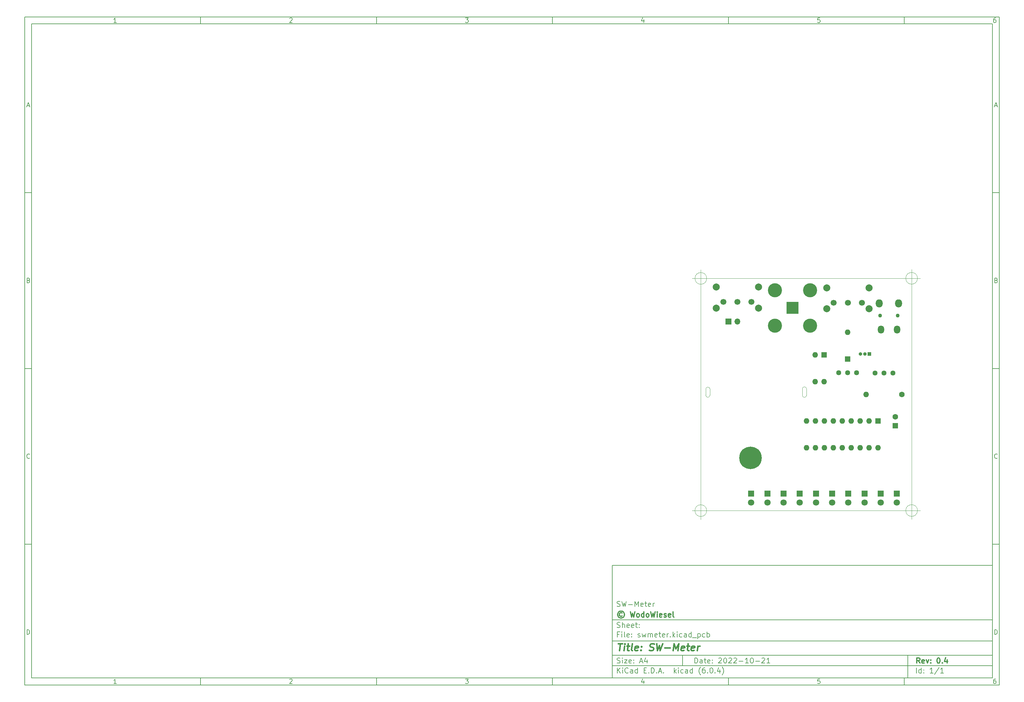
<source format=gbr>
%TF.GenerationSoftware,KiCad,Pcbnew,(6.0.4)*%
%TF.CreationDate,2022-12-17T16:47:49+01:00*%
%TF.ProjectId,swmeter,73776d65-7465-4722-9e6b-696361645f70,0.4*%
%TF.SameCoordinates,PXc0c6960PY8f71310*%
%TF.FileFunction,Soldermask,Bot*%
%TF.FilePolarity,Negative*%
%FSLAX46Y46*%
G04 Gerber Fmt 4.6, Leading zero omitted, Abs format (unit mm)*
G04 Created by KiCad (PCBNEW (6.0.4)) date 2022-12-17 16:47:49*
%MOMM*%
%LPD*%
G01*
G04 APERTURE LIST*
%ADD10C,0.100000*%
%ADD11C,0.150000*%
%ADD12C,0.300000*%
%ADD13C,0.400000*%
%TA.AperFunction,Profile*%
%ADD14C,0.100000*%
%TD*%
%ADD15C,2.000000*%
%ADD16C,1.700000*%
%ADD17R,1.800000X1.800000*%
%ADD18C,1.800000*%
%ADD19C,1.100000*%
%ADD20O,1.800000X2.300000*%
%ADD21O,2.000000X2.300000*%
%ADD22C,1.440000*%
%ADD23R,1.000000X1.000000*%
%ADD24O,1.000000X1.000000*%
%ADD25C,0.800000*%
%ADD26C,6.400000*%
%ADD27R,1.600000X1.600000*%
%ADD28O,1.600000X1.600000*%
%ADD29C,1.600000*%
%ADD30R,3.500000X3.500000*%
%ADD31C,4.000000*%
%ADD32R,1.700000X1.700000*%
%ADD33O,1.700000X1.700000*%
G04 APERTURE END LIST*
D10*
D11*
X-25137800Y-15597200D02*
X-25137800Y-47597200D01*
X82862200Y-47597200D01*
X82862200Y-15597200D01*
X-25137800Y-15597200D01*
D10*
D11*
X-192140000Y140410000D02*
X-192140000Y-49597200D01*
X84862200Y-49597200D01*
X84862200Y140410000D01*
X-192140000Y140410000D01*
D10*
D11*
X-190140000Y138410000D02*
X-190140000Y-47597200D01*
X82862200Y-47597200D01*
X82862200Y138410000D01*
X-190140000Y138410000D01*
D10*
D11*
X-142140000Y138410000D02*
X-142140000Y140410000D01*
D10*
D11*
X-92140000Y138410000D02*
X-92140000Y140410000D01*
D10*
D11*
X-42140000Y138410000D02*
X-42140000Y140410000D01*
D10*
D11*
X7860000Y138410000D02*
X7860000Y140410000D01*
D10*
D11*
X57860000Y138410000D02*
X57860000Y140410000D01*
D10*
D11*
X-166074524Y138821905D02*
X-166817381Y138821905D01*
X-166445953Y138821905D02*
X-166445953Y140121905D01*
X-166569762Y139936191D01*
X-166693572Y139812381D01*
X-166817381Y139750477D01*
D10*
D11*
X-116817381Y139998096D02*
X-116755477Y140060000D01*
X-116631667Y140121905D01*
X-116322143Y140121905D01*
X-116198334Y140060000D01*
X-116136429Y139998096D01*
X-116074524Y139874286D01*
X-116074524Y139750477D01*
X-116136429Y139564762D01*
X-116879286Y138821905D01*
X-116074524Y138821905D01*
D10*
D11*
X-66879286Y140121905D02*
X-66074524Y140121905D01*
X-66507858Y139626667D01*
X-66322143Y139626667D01*
X-66198334Y139564762D01*
X-66136429Y139502858D01*
X-66074524Y139379048D01*
X-66074524Y139069524D01*
X-66136429Y138945715D01*
X-66198334Y138883810D01*
X-66322143Y138821905D01*
X-66693572Y138821905D01*
X-66817381Y138883810D01*
X-66879286Y138945715D01*
D10*
D11*
X-16198334Y139688572D02*
X-16198334Y138821905D01*
X-16507858Y140183810D02*
X-16817381Y139255239D01*
X-16012620Y139255239D01*
D10*
D11*
X33863571Y140121905D02*
X33244523Y140121905D01*
X33182619Y139502858D01*
X33244523Y139564762D01*
X33368333Y139626667D01*
X33677857Y139626667D01*
X33801666Y139564762D01*
X33863571Y139502858D01*
X33925476Y139379048D01*
X33925476Y139069524D01*
X33863571Y138945715D01*
X33801666Y138883810D01*
X33677857Y138821905D01*
X33368333Y138821905D01*
X33244523Y138883810D01*
X33182619Y138945715D01*
D10*
D11*
X83801666Y140121905D02*
X83554047Y140121905D01*
X83430238Y140060000D01*
X83368333Y139998096D01*
X83244523Y139812381D01*
X83182619Y139564762D01*
X83182619Y139069524D01*
X83244523Y138945715D01*
X83306428Y138883810D01*
X83430238Y138821905D01*
X83677857Y138821905D01*
X83801666Y138883810D01*
X83863571Y138945715D01*
X83925476Y139069524D01*
X83925476Y139379048D01*
X83863571Y139502858D01*
X83801666Y139564762D01*
X83677857Y139626667D01*
X83430238Y139626667D01*
X83306428Y139564762D01*
X83244523Y139502858D01*
X83182619Y139379048D01*
D10*
D11*
X-142140000Y-47597200D02*
X-142140000Y-49597200D01*
D10*
D11*
X-92140000Y-47597200D02*
X-92140000Y-49597200D01*
D10*
D11*
X-42140000Y-47597200D02*
X-42140000Y-49597200D01*
D10*
D11*
X7860000Y-47597200D02*
X7860000Y-49597200D01*
D10*
D11*
X57860000Y-47597200D02*
X57860000Y-49597200D01*
D10*
D11*
X-166074524Y-49185295D02*
X-166817381Y-49185295D01*
X-166445953Y-49185295D02*
X-166445953Y-47885295D01*
X-166569762Y-48071009D01*
X-166693572Y-48194819D01*
X-166817381Y-48256723D01*
D10*
D11*
X-116817381Y-48009104D02*
X-116755477Y-47947200D01*
X-116631667Y-47885295D01*
X-116322143Y-47885295D01*
X-116198334Y-47947200D01*
X-116136429Y-48009104D01*
X-116074524Y-48132914D01*
X-116074524Y-48256723D01*
X-116136429Y-48442438D01*
X-116879286Y-49185295D01*
X-116074524Y-49185295D01*
D10*
D11*
X-66879286Y-47885295D02*
X-66074524Y-47885295D01*
X-66507858Y-48380533D01*
X-66322143Y-48380533D01*
X-66198334Y-48442438D01*
X-66136429Y-48504342D01*
X-66074524Y-48628152D01*
X-66074524Y-48937676D01*
X-66136429Y-49061485D01*
X-66198334Y-49123390D01*
X-66322143Y-49185295D01*
X-66693572Y-49185295D01*
X-66817381Y-49123390D01*
X-66879286Y-49061485D01*
D10*
D11*
X-16198334Y-48318628D02*
X-16198334Y-49185295D01*
X-16507858Y-47823390D02*
X-16817381Y-48751961D01*
X-16012620Y-48751961D01*
D10*
D11*
X33863571Y-47885295D02*
X33244523Y-47885295D01*
X33182619Y-48504342D01*
X33244523Y-48442438D01*
X33368333Y-48380533D01*
X33677857Y-48380533D01*
X33801666Y-48442438D01*
X33863571Y-48504342D01*
X33925476Y-48628152D01*
X33925476Y-48937676D01*
X33863571Y-49061485D01*
X33801666Y-49123390D01*
X33677857Y-49185295D01*
X33368333Y-49185295D01*
X33244523Y-49123390D01*
X33182619Y-49061485D01*
D10*
D11*
X83801666Y-47885295D02*
X83554047Y-47885295D01*
X83430238Y-47947200D01*
X83368333Y-48009104D01*
X83244523Y-48194819D01*
X83182619Y-48442438D01*
X83182619Y-48937676D01*
X83244523Y-49061485D01*
X83306428Y-49123390D01*
X83430238Y-49185295D01*
X83677857Y-49185295D01*
X83801666Y-49123390D01*
X83863571Y-49061485D01*
X83925476Y-48937676D01*
X83925476Y-48628152D01*
X83863571Y-48504342D01*
X83801666Y-48442438D01*
X83677857Y-48380533D01*
X83430238Y-48380533D01*
X83306428Y-48442438D01*
X83244523Y-48504342D01*
X83182619Y-48628152D01*
D10*
D11*
X-192140000Y90410000D02*
X-190140000Y90410000D01*
D10*
D11*
X-192140000Y40410000D02*
X-190140000Y40410000D01*
D10*
D11*
X-192140000Y-9590000D02*
X-190140000Y-9590000D01*
D10*
D11*
X-191449524Y115193334D02*
X-190830477Y115193334D01*
X-191573334Y114821905D02*
X-191140000Y116121905D01*
X-190706667Y114821905D01*
D10*
D11*
X-191047143Y65502858D02*
X-190861429Y65440953D01*
X-190799524Y65379048D01*
X-190737620Y65255239D01*
X-190737620Y65069524D01*
X-190799524Y64945715D01*
X-190861429Y64883810D01*
X-190985239Y64821905D01*
X-191480477Y64821905D01*
X-191480477Y66121905D01*
X-191047143Y66121905D01*
X-190923334Y66060000D01*
X-190861429Y65998096D01*
X-190799524Y65874286D01*
X-190799524Y65750477D01*
X-190861429Y65626667D01*
X-190923334Y65564762D01*
X-191047143Y65502858D01*
X-191480477Y65502858D01*
D10*
D11*
X-190737620Y14945715D02*
X-190799524Y14883810D01*
X-190985239Y14821905D01*
X-191109048Y14821905D01*
X-191294762Y14883810D01*
X-191418572Y15007620D01*
X-191480477Y15131429D01*
X-191542381Y15379048D01*
X-191542381Y15564762D01*
X-191480477Y15812381D01*
X-191418572Y15936191D01*
X-191294762Y16060000D01*
X-191109048Y16121905D01*
X-190985239Y16121905D01*
X-190799524Y16060000D01*
X-190737620Y15998096D01*
D10*
D11*
X-191480477Y-35178095D02*
X-191480477Y-33878095D01*
X-191170953Y-33878095D01*
X-190985239Y-33940000D01*
X-190861429Y-34063809D01*
X-190799524Y-34187619D01*
X-190737620Y-34435238D01*
X-190737620Y-34620952D01*
X-190799524Y-34868571D01*
X-190861429Y-34992380D01*
X-190985239Y-35116190D01*
X-191170953Y-35178095D01*
X-191480477Y-35178095D01*
D10*
D11*
X84862200Y90410000D02*
X82862200Y90410000D01*
D10*
D11*
X84862200Y40410000D02*
X82862200Y40410000D01*
D10*
D11*
X84862200Y-9590000D02*
X82862200Y-9590000D01*
D10*
D11*
X83552676Y115193334D02*
X84171723Y115193334D01*
X83428866Y114821905D02*
X83862200Y116121905D01*
X84295533Y114821905D01*
D10*
D11*
X83955057Y65502858D02*
X84140771Y65440953D01*
X84202676Y65379048D01*
X84264580Y65255239D01*
X84264580Y65069524D01*
X84202676Y64945715D01*
X84140771Y64883810D01*
X84016961Y64821905D01*
X83521723Y64821905D01*
X83521723Y66121905D01*
X83955057Y66121905D01*
X84078866Y66060000D01*
X84140771Y65998096D01*
X84202676Y65874286D01*
X84202676Y65750477D01*
X84140771Y65626667D01*
X84078866Y65564762D01*
X83955057Y65502858D01*
X83521723Y65502858D01*
D10*
D11*
X84264580Y14945715D02*
X84202676Y14883810D01*
X84016961Y14821905D01*
X83893152Y14821905D01*
X83707438Y14883810D01*
X83583628Y15007620D01*
X83521723Y15131429D01*
X83459819Y15379048D01*
X83459819Y15564762D01*
X83521723Y15812381D01*
X83583628Y15936191D01*
X83707438Y16060000D01*
X83893152Y16121905D01*
X84016961Y16121905D01*
X84202676Y16060000D01*
X84264580Y15998096D01*
D10*
D11*
X83521723Y-35178095D02*
X83521723Y-33878095D01*
X83831247Y-33878095D01*
X84016961Y-33940000D01*
X84140771Y-34063809D01*
X84202676Y-34187619D01*
X84264580Y-34435238D01*
X84264580Y-34620952D01*
X84202676Y-34868571D01*
X84140771Y-34992380D01*
X84016961Y-35116190D01*
X83831247Y-35178095D01*
X83521723Y-35178095D01*
D10*
D11*
X-1705658Y-43375771D02*
X-1705658Y-41875771D01*
X-1348515Y-41875771D01*
X-1134229Y-41947200D01*
X-991372Y-42090057D01*
X-919943Y-42232914D01*
X-848515Y-42518628D01*
X-848515Y-42732914D01*
X-919943Y-43018628D01*
X-991372Y-43161485D01*
X-1134229Y-43304342D01*
X-1348515Y-43375771D01*
X-1705658Y-43375771D01*
X437200Y-43375771D02*
X437200Y-42590057D01*
X365771Y-42447200D01*
X222914Y-42375771D01*
X-62800Y-42375771D01*
X-205658Y-42447200D01*
X437200Y-43304342D02*
X294342Y-43375771D01*
X-62800Y-43375771D01*
X-205658Y-43304342D01*
X-277086Y-43161485D01*
X-277086Y-43018628D01*
X-205658Y-42875771D01*
X-62800Y-42804342D01*
X294342Y-42804342D01*
X437200Y-42732914D01*
X937200Y-42375771D02*
X1508628Y-42375771D01*
X1151485Y-41875771D02*
X1151485Y-43161485D01*
X1222914Y-43304342D01*
X1365771Y-43375771D01*
X1508628Y-43375771D01*
X2580057Y-43304342D02*
X2437200Y-43375771D01*
X2151485Y-43375771D01*
X2008628Y-43304342D01*
X1937200Y-43161485D01*
X1937200Y-42590057D01*
X2008628Y-42447200D01*
X2151485Y-42375771D01*
X2437200Y-42375771D01*
X2580057Y-42447200D01*
X2651485Y-42590057D01*
X2651485Y-42732914D01*
X1937200Y-42875771D01*
X3294342Y-43232914D02*
X3365771Y-43304342D01*
X3294342Y-43375771D01*
X3222914Y-43304342D01*
X3294342Y-43232914D01*
X3294342Y-43375771D01*
X3294342Y-42447200D02*
X3365771Y-42518628D01*
X3294342Y-42590057D01*
X3222914Y-42518628D01*
X3294342Y-42447200D01*
X3294342Y-42590057D01*
X5080057Y-42018628D02*
X5151485Y-41947200D01*
X5294342Y-41875771D01*
X5651485Y-41875771D01*
X5794342Y-41947200D01*
X5865771Y-42018628D01*
X5937200Y-42161485D01*
X5937200Y-42304342D01*
X5865771Y-42518628D01*
X5008628Y-43375771D01*
X5937200Y-43375771D01*
X6865771Y-41875771D02*
X7008628Y-41875771D01*
X7151485Y-41947200D01*
X7222914Y-42018628D01*
X7294342Y-42161485D01*
X7365771Y-42447200D01*
X7365771Y-42804342D01*
X7294342Y-43090057D01*
X7222914Y-43232914D01*
X7151485Y-43304342D01*
X7008628Y-43375771D01*
X6865771Y-43375771D01*
X6722914Y-43304342D01*
X6651485Y-43232914D01*
X6580057Y-43090057D01*
X6508628Y-42804342D01*
X6508628Y-42447200D01*
X6580057Y-42161485D01*
X6651485Y-42018628D01*
X6722914Y-41947200D01*
X6865771Y-41875771D01*
X7937200Y-42018628D02*
X8008628Y-41947200D01*
X8151485Y-41875771D01*
X8508628Y-41875771D01*
X8651485Y-41947200D01*
X8722914Y-42018628D01*
X8794342Y-42161485D01*
X8794342Y-42304342D01*
X8722914Y-42518628D01*
X7865771Y-43375771D01*
X8794342Y-43375771D01*
X9365771Y-42018628D02*
X9437200Y-41947200D01*
X9580057Y-41875771D01*
X9937200Y-41875771D01*
X10080057Y-41947200D01*
X10151485Y-42018628D01*
X10222914Y-42161485D01*
X10222914Y-42304342D01*
X10151485Y-42518628D01*
X9294342Y-43375771D01*
X10222914Y-43375771D01*
X10865771Y-42804342D02*
X12008628Y-42804342D01*
X13508628Y-43375771D02*
X12651485Y-43375771D01*
X13080057Y-43375771D02*
X13080057Y-41875771D01*
X12937200Y-42090057D01*
X12794342Y-42232914D01*
X12651485Y-42304342D01*
X14437200Y-41875771D02*
X14580057Y-41875771D01*
X14722914Y-41947200D01*
X14794342Y-42018628D01*
X14865771Y-42161485D01*
X14937200Y-42447200D01*
X14937200Y-42804342D01*
X14865771Y-43090057D01*
X14794342Y-43232914D01*
X14722914Y-43304342D01*
X14580057Y-43375771D01*
X14437200Y-43375771D01*
X14294342Y-43304342D01*
X14222914Y-43232914D01*
X14151485Y-43090057D01*
X14080057Y-42804342D01*
X14080057Y-42447200D01*
X14151485Y-42161485D01*
X14222914Y-42018628D01*
X14294342Y-41947200D01*
X14437200Y-41875771D01*
X15580057Y-42804342D02*
X16722914Y-42804342D01*
X17365771Y-42018628D02*
X17437200Y-41947200D01*
X17580057Y-41875771D01*
X17937200Y-41875771D01*
X18080057Y-41947200D01*
X18151485Y-42018628D01*
X18222914Y-42161485D01*
X18222914Y-42304342D01*
X18151485Y-42518628D01*
X17294342Y-43375771D01*
X18222914Y-43375771D01*
X19651485Y-43375771D02*
X18794342Y-43375771D01*
X19222914Y-43375771D02*
X19222914Y-41875771D01*
X19080057Y-42090057D01*
X18937200Y-42232914D01*
X18794342Y-42304342D01*
D10*
D11*
X-25137800Y-44097200D02*
X82862200Y-44097200D01*
D10*
D11*
X-23705658Y-46175771D02*
X-23705658Y-44675771D01*
X-22848515Y-46175771D02*
X-23491372Y-45318628D01*
X-22848515Y-44675771D02*
X-23705658Y-45532914D01*
X-22205658Y-46175771D02*
X-22205658Y-45175771D01*
X-22205658Y-44675771D02*
X-22277086Y-44747200D01*
X-22205658Y-44818628D01*
X-22134229Y-44747200D01*
X-22205658Y-44675771D01*
X-22205658Y-44818628D01*
X-20634229Y-46032914D02*
X-20705658Y-46104342D01*
X-20919943Y-46175771D01*
X-21062800Y-46175771D01*
X-21277086Y-46104342D01*
X-21419943Y-45961485D01*
X-21491372Y-45818628D01*
X-21562800Y-45532914D01*
X-21562800Y-45318628D01*
X-21491372Y-45032914D01*
X-21419943Y-44890057D01*
X-21277086Y-44747200D01*
X-21062800Y-44675771D01*
X-20919943Y-44675771D01*
X-20705658Y-44747200D01*
X-20634229Y-44818628D01*
X-19348515Y-46175771D02*
X-19348515Y-45390057D01*
X-19419943Y-45247200D01*
X-19562800Y-45175771D01*
X-19848515Y-45175771D01*
X-19991372Y-45247200D01*
X-19348515Y-46104342D02*
X-19491372Y-46175771D01*
X-19848515Y-46175771D01*
X-19991372Y-46104342D01*
X-20062800Y-45961485D01*
X-20062800Y-45818628D01*
X-19991372Y-45675771D01*
X-19848515Y-45604342D01*
X-19491372Y-45604342D01*
X-19348515Y-45532914D01*
X-17991372Y-46175771D02*
X-17991372Y-44675771D01*
X-17991372Y-46104342D02*
X-18134229Y-46175771D01*
X-18419943Y-46175771D01*
X-18562800Y-46104342D01*
X-18634229Y-46032914D01*
X-18705658Y-45890057D01*
X-18705658Y-45461485D01*
X-18634229Y-45318628D01*
X-18562800Y-45247200D01*
X-18419943Y-45175771D01*
X-18134229Y-45175771D01*
X-17991372Y-45247200D01*
X-16134229Y-45390057D02*
X-15634229Y-45390057D01*
X-15419943Y-46175771D02*
X-16134229Y-46175771D01*
X-16134229Y-44675771D01*
X-15419943Y-44675771D01*
X-14777086Y-46032914D02*
X-14705658Y-46104342D01*
X-14777086Y-46175771D01*
X-14848515Y-46104342D01*
X-14777086Y-46032914D01*
X-14777086Y-46175771D01*
X-14062800Y-46175771D02*
X-14062800Y-44675771D01*
X-13705658Y-44675771D01*
X-13491372Y-44747200D01*
X-13348515Y-44890057D01*
X-13277086Y-45032914D01*
X-13205658Y-45318628D01*
X-13205658Y-45532914D01*
X-13277086Y-45818628D01*
X-13348515Y-45961485D01*
X-13491372Y-46104342D01*
X-13705658Y-46175771D01*
X-14062800Y-46175771D01*
X-12562800Y-46032914D02*
X-12491372Y-46104342D01*
X-12562800Y-46175771D01*
X-12634229Y-46104342D01*
X-12562800Y-46032914D01*
X-12562800Y-46175771D01*
X-11919943Y-45747200D02*
X-11205658Y-45747200D01*
X-12062800Y-46175771D02*
X-11562800Y-44675771D01*
X-11062800Y-46175771D01*
X-10562800Y-46032914D02*
X-10491372Y-46104342D01*
X-10562800Y-46175771D01*
X-10634229Y-46104342D01*
X-10562800Y-46032914D01*
X-10562800Y-46175771D01*
X-7562800Y-46175771D02*
X-7562800Y-44675771D01*
X-7419943Y-45604342D02*
X-6991372Y-46175771D01*
X-6991372Y-45175771D02*
X-7562800Y-45747200D01*
X-6348515Y-46175771D02*
X-6348515Y-45175771D01*
X-6348515Y-44675771D02*
X-6419943Y-44747200D01*
X-6348515Y-44818628D01*
X-6277086Y-44747200D01*
X-6348515Y-44675771D01*
X-6348515Y-44818628D01*
X-4991372Y-46104342D02*
X-5134229Y-46175771D01*
X-5419943Y-46175771D01*
X-5562800Y-46104342D01*
X-5634229Y-46032914D01*
X-5705658Y-45890057D01*
X-5705658Y-45461485D01*
X-5634229Y-45318628D01*
X-5562800Y-45247200D01*
X-5419943Y-45175771D01*
X-5134229Y-45175771D01*
X-4991372Y-45247200D01*
X-3705658Y-46175771D02*
X-3705658Y-45390057D01*
X-3777086Y-45247200D01*
X-3919943Y-45175771D01*
X-4205658Y-45175771D01*
X-4348515Y-45247200D01*
X-3705658Y-46104342D02*
X-3848515Y-46175771D01*
X-4205658Y-46175771D01*
X-4348515Y-46104342D01*
X-4419943Y-45961485D01*
X-4419943Y-45818628D01*
X-4348515Y-45675771D01*
X-4205658Y-45604342D01*
X-3848515Y-45604342D01*
X-3705658Y-45532914D01*
X-2348515Y-46175771D02*
X-2348515Y-44675771D01*
X-2348515Y-46104342D02*
X-2491372Y-46175771D01*
X-2777086Y-46175771D01*
X-2919943Y-46104342D01*
X-2991372Y-46032914D01*
X-3062800Y-45890057D01*
X-3062800Y-45461485D01*
X-2991372Y-45318628D01*
X-2919943Y-45247200D01*
X-2777086Y-45175771D01*
X-2491372Y-45175771D01*
X-2348515Y-45247200D01*
X-62800Y-46747200D02*
X-134229Y-46675771D01*
X-277086Y-46461485D01*
X-348515Y-46318628D01*
X-419943Y-46104342D01*
X-491372Y-45747200D01*
X-491372Y-45461485D01*
X-419943Y-45104342D01*
X-348515Y-44890057D01*
X-277086Y-44747200D01*
X-134229Y-44532914D01*
X-62800Y-44461485D01*
X1151485Y-44675771D02*
X865771Y-44675771D01*
X722914Y-44747200D01*
X651485Y-44818628D01*
X508628Y-45032914D01*
X437200Y-45318628D01*
X437200Y-45890057D01*
X508628Y-46032914D01*
X580057Y-46104342D01*
X722914Y-46175771D01*
X1008628Y-46175771D01*
X1151485Y-46104342D01*
X1222914Y-46032914D01*
X1294342Y-45890057D01*
X1294342Y-45532914D01*
X1222914Y-45390057D01*
X1151485Y-45318628D01*
X1008628Y-45247200D01*
X722914Y-45247200D01*
X580057Y-45318628D01*
X508628Y-45390057D01*
X437200Y-45532914D01*
X1937200Y-46032914D02*
X2008628Y-46104342D01*
X1937200Y-46175771D01*
X1865771Y-46104342D01*
X1937200Y-46032914D01*
X1937200Y-46175771D01*
X2937200Y-44675771D02*
X3080057Y-44675771D01*
X3222914Y-44747200D01*
X3294342Y-44818628D01*
X3365771Y-44961485D01*
X3437200Y-45247200D01*
X3437200Y-45604342D01*
X3365771Y-45890057D01*
X3294342Y-46032914D01*
X3222914Y-46104342D01*
X3080057Y-46175771D01*
X2937200Y-46175771D01*
X2794342Y-46104342D01*
X2722914Y-46032914D01*
X2651485Y-45890057D01*
X2580057Y-45604342D01*
X2580057Y-45247200D01*
X2651485Y-44961485D01*
X2722914Y-44818628D01*
X2794342Y-44747200D01*
X2937200Y-44675771D01*
X4080057Y-46032914D02*
X4151485Y-46104342D01*
X4080057Y-46175771D01*
X4008628Y-46104342D01*
X4080057Y-46032914D01*
X4080057Y-46175771D01*
X5437200Y-45175771D02*
X5437200Y-46175771D01*
X5080057Y-44604342D02*
X4722914Y-45675771D01*
X5651485Y-45675771D01*
X6080057Y-46747200D02*
X6151485Y-46675771D01*
X6294342Y-46461485D01*
X6365771Y-46318628D01*
X6437200Y-46104342D01*
X6508628Y-45747200D01*
X6508628Y-45461485D01*
X6437200Y-45104342D01*
X6365771Y-44890057D01*
X6294342Y-44747200D01*
X6151485Y-44532914D01*
X6080057Y-44461485D01*
D10*
D11*
X-25137800Y-41097200D02*
X82862200Y-41097200D01*
D10*
D12*
X62271485Y-43375771D02*
X61771485Y-42661485D01*
X61414342Y-43375771D02*
X61414342Y-41875771D01*
X61985771Y-41875771D01*
X62128628Y-41947200D01*
X62200057Y-42018628D01*
X62271485Y-42161485D01*
X62271485Y-42375771D01*
X62200057Y-42518628D01*
X62128628Y-42590057D01*
X61985771Y-42661485D01*
X61414342Y-42661485D01*
X63485771Y-43304342D02*
X63342914Y-43375771D01*
X63057200Y-43375771D01*
X62914342Y-43304342D01*
X62842914Y-43161485D01*
X62842914Y-42590057D01*
X62914342Y-42447200D01*
X63057200Y-42375771D01*
X63342914Y-42375771D01*
X63485771Y-42447200D01*
X63557200Y-42590057D01*
X63557200Y-42732914D01*
X62842914Y-42875771D01*
X64057200Y-42375771D02*
X64414342Y-43375771D01*
X64771485Y-42375771D01*
X65342914Y-43232914D02*
X65414342Y-43304342D01*
X65342914Y-43375771D01*
X65271485Y-43304342D01*
X65342914Y-43232914D01*
X65342914Y-43375771D01*
X65342914Y-42447200D02*
X65414342Y-42518628D01*
X65342914Y-42590057D01*
X65271485Y-42518628D01*
X65342914Y-42447200D01*
X65342914Y-42590057D01*
X67485771Y-41875771D02*
X67628628Y-41875771D01*
X67771485Y-41947200D01*
X67842914Y-42018628D01*
X67914342Y-42161485D01*
X67985771Y-42447200D01*
X67985771Y-42804342D01*
X67914342Y-43090057D01*
X67842914Y-43232914D01*
X67771485Y-43304342D01*
X67628628Y-43375771D01*
X67485771Y-43375771D01*
X67342914Y-43304342D01*
X67271485Y-43232914D01*
X67200057Y-43090057D01*
X67128628Y-42804342D01*
X67128628Y-42447200D01*
X67200057Y-42161485D01*
X67271485Y-42018628D01*
X67342914Y-41947200D01*
X67485771Y-41875771D01*
X68628628Y-43232914D02*
X68700057Y-43304342D01*
X68628628Y-43375771D01*
X68557200Y-43304342D01*
X68628628Y-43232914D01*
X68628628Y-43375771D01*
X69985771Y-42375771D02*
X69985771Y-43375771D01*
X69628628Y-41804342D02*
X69271485Y-42875771D01*
X70200057Y-42875771D01*
D10*
D11*
X-23777086Y-43304342D02*
X-23562800Y-43375771D01*
X-23205658Y-43375771D01*
X-23062800Y-43304342D01*
X-22991372Y-43232914D01*
X-22919943Y-43090057D01*
X-22919943Y-42947200D01*
X-22991372Y-42804342D01*
X-23062800Y-42732914D01*
X-23205658Y-42661485D01*
X-23491372Y-42590057D01*
X-23634229Y-42518628D01*
X-23705658Y-42447200D01*
X-23777086Y-42304342D01*
X-23777086Y-42161485D01*
X-23705658Y-42018628D01*
X-23634229Y-41947200D01*
X-23491372Y-41875771D01*
X-23134229Y-41875771D01*
X-22919943Y-41947200D01*
X-22277086Y-43375771D02*
X-22277086Y-42375771D01*
X-22277086Y-41875771D02*
X-22348515Y-41947200D01*
X-22277086Y-42018628D01*
X-22205658Y-41947200D01*
X-22277086Y-41875771D01*
X-22277086Y-42018628D01*
X-21705658Y-42375771D02*
X-20919943Y-42375771D01*
X-21705658Y-43375771D01*
X-20919943Y-43375771D01*
X-19777086Y-43304342D02*
X-19919943Y-43375771D01*
X-20205658Y-43375771D01*
X-20348515Y-43304342D01*
X-20419943Y-43161485D01*
X-20419943Y-42590057D01*
X-20348515Y-42447200D01*
X-20205658Y-42375771D01*
X-19919943Y-42375771D01*
X-19777086Y-42447200D01*
X-19705658Y-42590057D01*
X-19705658Y-42732914D01*
X-20419943Y-42875771D01*
X-19062800Y-43232914D02*
X-18991372Y-43304342D01*
X-19062800Y-43375771D01*
X-19134229Y-43304342D01*
X-19062800Y-43232914D01*
X-19062800Y-43375771D01*
X-19062800Y-42447200D02*
X-18991372Y-42518628D01*
X-19062800Y-42590057D01*
X-19134229Y-42518628D01*
X-19062800Y-42447200D01*
X-19062800Y-42590057D01*
X-17277086Y-42947200D02*
X-16562800Y-42947200D01*
X-17419943Y-43375771D02*
X-16919943Y-41875771D01*
X-16419943Y-43375771D01*
X-15277086Y-42375771D02*
X-15277086Y-43375771D01*
X-15634229Y-41804342D02*
X-15991372Y-42875771D01*
X-15062800Y-42875771D01*
D10*
D11*
X61294342Y-46175771D02*
X61294342Y-44675771D01*
X62651485Y-46175771D02*
X62651485Y-44675771D01*
X62651485Y-46104342D02*
X62508628Y-46175771D01*
X62222914Y-46175771D01*
X62080057Y-46104342D01*
X62008628Y-46032914D01*
X61937200Y-45890057D01*
X61937200Y-45461485D01*
X62008628Y-45318628D01*
X62080057Y-45247200D01*
X62222914Y-45175771D01*
X62508628Y-45175771D01*
X62651485Y-45247200D01*
X63365771Y-46032914D02*
X63437200Y-46104342D01*
X63365771Y-46175771D01*
X63294342Y-46104342D01*
X63365771Y-46032914D01*
X63365771Y-46175771D01*
X63365771Y-45247200D02*
X63437200Y-45318628D01*
X63365771Y-45390057D01*
X63294342Y-45318628D01*
X63365771Y-45247200D01*
X63365771Y-45390057D01*
X66008628Y-46175771D02*
X65151485Y-46175771D01*
X65580057Y-46175771D02*
X65580057Y-44675771D01*
X65437200Y-44890057D01*
X65294342Y-45032914D01*
X65151485Y-45104342D01*
X67722914Y-44604342D02*
X66437200Y-46532914D01*
X69008628Y-46175771D02*
X68151485Y-46175771D01*
X68580057Y-46175771D02*
X68580057Y-44675771D01*
X68437200Y-44890057D01*
X68294342Y-45032914D01*
X68151485Y-45104342D01*
D10*
D11*
X-25137800Y-37097200D02*
X82862200Y-37097200D01*
D10*
D13*
X-23425420Y-37801961D02*
X-22282562Y-37801961D01*
X-23103991Y-39801961D02*
X-22853991Y-37801961D01*
X-21865896Y-39801961D02*
X-21699229Y-38468628D01*
X-21615896Y-37801961D02*
X-21723039Y-37897200D01*
X-21639705Y-37992438D01*
X-21532562Y-37897200D01*
X-21615896Y-37801961D01*
X-21639705Y-37992438D01*
X-21032562Y-38468628D02*
X-20270658Y-38468628D01*
X-20663515Y-37801961D02*
X-20877800Y-39516247D01*
X-20806372Y-39706723D01*
X-20627800Y-39801961D01*
X-20437324Y-39801961D01*
X-19484943Y-39801961D02*
X-19663515Y-39706723D01*
X-19734943Y-39516247D01*
X-19520658Y-37801961D01*
X-17949229Y-39706723D02*
X-18151610Y-39801961D01*
X-18532562Y-39801961D01*
X-18711134Y-39706723D01*
X-18782562Y-39516247D01*
X-18687324Y-38754342D01*
X-18568277Y-38563866D01*
X-18365896Y-38468628D01*
X-17984943Y-38468628D01*
X-17806372Y-38563866D01*
X-17734943Y-38754342D01*
X-17758753Y-38944819D01*
X-18734943Y-39135295D01*
X-16984943Y-39611485D02*
X-16901610Y-39706723D01*
X-17008753Y-39801961D01*
X-17092086Y-39706723D01*
X-16984943Y-39611485D01*
X-17008753Y-39801961D01*
X-16853991Y-38563866D02*
X-16770658Y-38659104D01*
X-16877800Y-38754342D01*
X-16961134Y-38659104D01*
X-16853991Y-38563866D01*
X-16877800Y-38754342D01*
X-14615896Y-39706723D02*
X-14342086Y-39801961D01*
X-13865896Y-39801961D01*
X-13663515Y-39706723D01*
X-13556372Y-39611485D01*
X-13437324Y-39421009D01*
X-13413515Y-39230533D01*
X-13484943Y-39040057D01*
X-13568277Y-38944819D01*
X-13746848Y-38849580D01*
X-14115896Y-38754342D01*
X-14294467Y-38659104D01*
X-14377800Y-38563866D01*
X-14449229Y-38373390D01*
X-14425420Y-38182914D01*
X-14306372Y-37992438D01*
X-14199229Y-37897200D01*
X-13996848Y-37801961D01*
X-13520658Y-37801961D01*
X-13246848Y-37897200D01*
X-12568277Y-37801961D02*
X-12342086Y-39801961D01*
X-11782562Y-38373390D01*
X-11580181Y-39801961D01*
X-10853991Y-37801961D01*
X-10246848Y-39040057D02*
X-8723039Y-39040057D01*
X-7865896Y-39801961D02*
X-7615896Y-37801961D01*
X-7127800Y-39230533D01*
X-6282562Y-37801961D01*
X-6532562Y-39801961D01*
X-4806372Y-39706723D02*
X-5008753Y-39801961D01*
X-5389705Y-39801961D01*
X-5568277Y-39706723D01*
X-5639705Y-39516247D01*
X-5544467Y-38754342D01*
X-5425420Y-38563866D01*
X-5223039Y-38468628D01*
X-4842086Y-38468628D01*
X-4663515Y-38563866D01*
X-4592086Y-38754342D01*
X-4615896Y-38944819D01*
X-5592086Y-39135295D01*
X-3984943Y-38468628D02*
X-3223039Y-38468628D01*
X-3615896Y-37801961D02*
X-3830181Y-39516247D01*
X-3758753Y-39706723D01*
X-3580181Y-39801961D01*
X-3389705Y-39801961D01*
X-1949229Y-39706723D02*
X-2151610Y-39801961D01*
X-2532562Y-39801961D01*
X-2711134Y-39706723D01*
X-2782562Y-39516247D01*
X-2687324Y-38754342D01*
X-2568277Y-38563866D01*
X-2365896Y-38468628D01*
X-1984943Y-38468628D01*
X-1806372Y-38563866D01*
X-1734943Y-38754342D01*
X-1758753Y-38944819D01*
X-2734943Y-39135295D01*
X-1008753Y-39801961D02*
X-842086Y-38468628D01*
X-889705Y-38849580D02*
X-770658Y-38659104D01*
X-663515Y-38563866D01*
X-461134Y-38468628D01*
X-270658Y-38468628D01*
D10*
D11*
X-23205658Y-35190057D02*
X-23705658Y-35190057D01*
X-23705658Y-35975771D02*
X-23705658Y-34475771D01*
X-22991372Y-34475771D01*
X-22419943Y-35975771D02*
X-22419943Y-34975771D01*
X-22419943Y-34475771D02*
X-22491372Y-34547200D01*
X-22419943Y-34618628D01*
X-22348515Y-34547200D01*
X-22419943Y-34475771D01*
X-22419943Y-34618628D01*
X-21491372Y-35975771D02*
X-21634229Y-35904342D01*
X-21705658Y-35761485D01*
X-21705658Y-34475771D01*
X-20348515Y-35904342D02*
X-20491372Y-35975771D01*
X-20777086Y-35975771D01*
X-20919943Y-35904342D01*
X-20991372Y-35761485D01*
X-20991372Y-35190057D01*
X-20919943Y-35047200D01*
X-20777086Y-34975771D01*
X-20491372Y-34975771D01*
X-20348515Y-35047200D01*
X-20277086Y-35190057D01*
X-20277086Y-35332914D01*
X-20991372Y-35475771D01*
X-19634229Y-35832914D02*
X-19562800Y-35904342D01*
X-19634229Y-35975771D01*
X-19705658Y-35904342D01*
X-19634229Y-35832914D01*
X-19634229Y-35975771D01*
X-19634229Y-35047200D02*
X-19562800Y-35118628D01*
X-19634229Y-35190057D01*
X-19705658Y-35118628D01*
X-19634229Y-35047200D01*
X-19634229Y-35190057D01*
X-17848515Y-35904342D02*
X-17705658Y-35975771D01*
X-17419943Y-35975771D01*
X-17277086Y-35904342D01*
X-17205658Y-35761485D01*
X-17205658Y-35690057D01*
X-17277086Y-35547200D01*
X-17419943Y-35475771D01*
X-17634229Y-35475771D01*
X-17777086Y-35404342D01*
X-17848515Y-35261485D01*
X-17848515Y-35190057D01*
X-17777086Y-35047200D01*
X-17634229Y-34975771D01*
X-17419943Y-34975771D01*
X-17277086Y-35047200D01*
X-16705658Y-34975771D02*
X-16419943Y-35975771D01*
X-16134229Y-35261485D01*
X-15848515Y-35975771D01*
X-15562800Y-34975771D01*
X-14991372Y-35975771D02*
X-14991372Y-34975771D01*
X-14991372Y-35118628D02*
X-14919943Y-35047200D01*
X-14777086Y-34975771D01*
X-14562800Y-34975771D01*
X-14419943Y-35047200D01*
X-14348515Y-35190057D01*
X-14348515Y-35975771D01*
X-14348515Y-35190057D02*
X-14277086Y-35047200D01*
X-14134229Y-34975771D01*
X-13919943Y-34975771D01*
X-13777086Y-35047200D01*
X-13705658Y-35190057D01*
X-13705658Y-35975771D01*
X-12419943Y-35904342D02*
X-12562800Y-35975771D01*
X-12848515Y-35975771D01*
X-12991372Y-35904342D01*
X-13062800Y-35761485D01*
X-13062800Y-35190057D01*
X-12991372Y-35047200D01*
X-12848515Y-34975771D01*
X-12562800Y-34975771D01*
X-12419943Y-35047200D01*
X-12348515Y-35190057D01*
X-12348515Y-35332914D01*
X-13062800Y-35475771D01*
X-11919943Y-34975771D02*
X-11348515Y-34975771D01*
X-11705658Y-34475771D02*
X-11705658Y-35761485D01*
X-11634229Y-35904342D01*
X-11491372Y-35975771D01*
X-11348515Y-35975771D01*
X-10277086Y-35904342D02*
X-10419943Y-35975771D01*
X-10705658Y-35975771D01*
X-10848515Y-35904342D01*
X-10919943Y-35761485D01*
X-10919943Y-35190057D01*
X-10848515Y-35047200D01*
X-10705658Y-34975771D01*
X-10419943Y-34975771D01*
X-10277086Y-35047200D01*
X-10205658Y-35190057D01*
X-10205658Y-35332914D01*
X-10919943Y-35475771D01*
X-9562800Y-35975771D02*
X-9562800Y-34975771D01*
X-9562800Y-35261485D02*
X-9491372Y-35118628D01*
X-9419943Y-35047200D01*
X-9277086Y-34975771D01*
X-9134229Y-34975771D01*
X-8634229Y-35832914D02*
X-8562800Y-35904342D01*
X-8634229Y-35975771D01*
X-8705658Y-35904342D01*
X-8634229Y-35832914D01*
X-8634229Y-35975771D01*
X-7919943Y-35975771D02*
X-7919943Y-34475771D01*
X-7777086Y-35404342D02*
X-7348515Y-35975771D01*
X-7348515Y-34975771D02*
X-7919943Y-35547200D01*
X-6705658Y-35975771D02*
X-6705658Y-34975771D01*
X-6705658Y-34475771D02*
X-6777086Y-34547200D01*
X-6705658Y-34618628D01*
X-6634229Y-34547200D01*
X-6705658Y-34475771D01*
X-6705658Y-34618628D01*
X-5348515Y-35904342D02*
X-5491372Y-35975771D01*
X-5777086Y-35975771D01*
X-5919943Y-35904342D01*
X-5991372Y-35832914D01*
X-6062800Y-35690057D01*
X-6062800Y-35261485D01*
X-5991372Y-35118628D01*
X-5919943Y-35047200D01*
X-5777086Y-34975771D01*
X-5491372Y-34975771D01*
X-5348515Y-35047200D01*
X-4062800Y-35975771D02*
X-4062800Y-35190057D01*
X-4134229Y-35047200D01*
X-4277086Y-34975771D01*
X-4562800Y-34975771D01*
X-4705658Y-35047200D01*
X-4062800Y-35904342D02*
X-4205658Y-35975771D01*
X-4562800Y-35975771D01*
X-4705658Y-35904342D01*
X-4777086Y-35761485D01*
X-4777086Y-35618628D01*
X-4705658Y-35475771D01*
X-4562800Y-35404342D01*
X-4205658Y-35404342D01*
X-4062800Y-35332914D01*
X-2705658Y-35975771D02*
X-2705658Y-34475771D01*
X-2705658Y-35904342D02*
X-2848515Y-35975771D01*
X-3134229Y-35975771D01*
X-3277086Y-35904342D01*
X-3348515Y-35832914D01*
X-3419943Y-35690057D01*
X-3419943Y-35261485D01*
X-3348515Y-35118628D01*
X-3277086Y-35047200D01*
X-3134229Y-34975771D01*
X-2848515Y-34975771D01*
X-2705658Y-35047200D01*
X-2348515Y-36118628D02*
X-1205658Y-36118628D01*
X-848515Y-34975771D02*
X-848515Y-36475771D01*
X-848515Y-35047200D02*
X-705658Y-34975771D01*
X-419943Y-34975771D01*
X-277086Y-35047200D01*
X-205658Y-35118628D01*
X-134229Y-35261485D01*
X-134229Y-35690057D01*
X-205658Y-35832914D01*
X-277086Y-35904342D01*
X-419943Y-35975771D01*
X-705658Y-35975771D01*
X-848515Y-35904342D01*
X1151485Y-35904342D02*
X1008628Y-35975771D01*
X722914Y-35975771D01*
X580057Y-35904342D01*
X508628Y-35832914D01*
X437200Y-35690057D01*
X437200Y-35261485D01*
X508628Y-35118628D01*
X580057Y-35047200D01*
X722914Y-34975771D01*
X1008628Y-34975771D01*
X1151485Y-35047200D01*
X1794342Y-35975771D02*
X1794342Y-34475771D01*
X1794342Y-35047200D02*
X1937200Y-34975771D01*
X2222914Y-34975771D01*
X2365771Y-35047200D01*
X2437200Y-35118628D01*
X2508628Y-35261485D01*
X2508628Y-35690057D01*
X2437200Y-35832914D01*
X2365771Y-35904342D01*
X2222914Y-35975771D01*
X1937200Y-35975771D01*
X1794342Y-35904342D01*
D10*
D11*
X-25137800Y-31097200D02*
X82862200Y-31097200D01*
D10*
D11*
X-23777086Y-33204342D02*
X-23562800Y-33275771D01*
X-23205658Y-33275771D01*
X-23062800Y-33204342D01*
X-22991372Y-33132914D01*
X-22919943Y-32990057D01*
X-22919943Y-32847200D01*
X-22991372Y-32704342D01*
X-23062800Y-32632914D01*
X-23205658Y-32561485D01*
X-23491372Y-32490057D01*
X-23634229Y-32418628D01*
X-23705658Y-32347200D01*
X-23777086Y-32204342D01*
X-23777086Y-32061485D01*
X-23705658Y-31918628D01*
X-23634229Y-31847200D01*
X-23491372Y-31775771D01*
X-23134229Y-31775771D01*
X-22919943Y-31847200D01*
X-22277086Y-33275771D02*
X-22277086Y-31775771D01*
X-21634229Y-33275771D02*
X-21634229Y-32490057D01*
X-21705658Y-32347200D01*
X-21848515Y-32275771D01*
X-22062800Y-32275771D01*
X-22205658Y-32347200D01*
X-22277086Y-32418628D01*
X-20348515Y-33204342D02*
X-20491372Y-33275771D01*
X-20777086Y-33275771D01*
X-20919943Y-33204342D01*
X-20991372Y-33061485D01*
X-20991372Y-32490057D01*
X-20919943Y-32347200D01*
X-20777086Y-32275771D01*
X-20491372Y-32275771D01*
X-20348515Y-32347200D01*
X-20277086Y-32490057D01*
X-20277086Y-32632914D01*
X-20991372Y-32775771D01*
X-19062800Y-33204342D02*
X-19205658Y-33275771D01*
X-19491372Y-33275771D01*
X-19634229Y-33204342D01*
X-19705658Y-33061485D01*
X-19705658Y-32490057D01*
X-19634229Y-32347200D01*
X-19491372Y-32275771D01*
X-19205658Y-32275771D01*
X-19062800Y-32347200D01*
X-18991372Y-32490057D01*
X-18991372Y-32632914D01*
X-19705658Y-32775771D01*
X-18562800Y-32275771D02*
X-17991372Y-32275771D01*
X-18348515Y-31775771D02*
X-18348515Y-33061485D01*
X-18277086Y-33204342D01*
X-18134229Y-33275771D01*
X-17991372Y-33275771D01*
X-17491372Y-33132914D02*
X-17419943Y-33204342D01*
X-17491372Y-33275771D01*
X-17562800Y-33204342D01*
X-17491372Y-33132914D01*
X-17491372Y-33275771D01*
X-17491372Y-32347200D02*
X-17419943Y-32418628D01*
X-17491372Y-32490057D01*
X-17562800Y-32418628D01*
X-17491372Y-32347200D01*
X-17491372Y-32490057D01*
D10*
D12*
X-22371372Y-29132914D02*
X-22514229Y-29061485D01*
X-22799943Y-29061485D01*
X-22942800Y-29132914D01*
X-23085658Y-29275771D01*
X-23157086Y-29418628D01*
X-23157086Y-29704342D01*
X-23085658Y-29847200D01*
X-22942800Y-29990057D01*
X-22799943Y-30061485D01*
X-22514229Y-30061485D01*
X-22371372Y-29990057D01*
X-22657086Y-28561485D02*
X-23014229Y-28632914D01*
X-23371372Y-28847200D01*
X-23585658Y-29204342D01*
X-23657086Y-29561485D01*
X-23585658Y-29918628D01*
X-23371372Y-30275771D01*
X-23014229Y-30490057D01*
X-22657086Y-30561485D01*
X-22299943Y-30490057D01*
X-21942800Y-30275771D01*
X-21728515Y-29918628D01*
X-21657086Y-29561485D01*
X-21728515Y-29204342D01*
X-21942800Y-28847200D01*
X-22299943Y-28632914D01*
X-22657086Y-28561485D01*
X-20014229Y-28775771D02*
X-19657086Y-30275771D01*
X-19371372Y-29204342D01*
X-19085658Y-30275771D01*
X-18728515Y-28775771D01*
X-17942800Y-30275771D02*
X-18085658Y-30204342D01*
X-18157086Y-30132914D01*
X-18228515Y-29990057D01*
X-18228515Y-29561485D01*
X-18157086Y-29418628D01*
X-18085658Y-29347200D01*
X-17942800Y-29275771D01*
X-17728515Y-29275771D01*
X-17585658Y-29347200D01*
X-17514229Y-29418628D01*
X-17442800Y-29561485D01*
X-17442800Y-29990057D01*
X-17514229Y-30132914D01*
X-17585658Y-30204342D01*
X-17728515Y-30275771D01*
X-17942800Y-30275771D01*
X-16157086Y-30275771D02*
X-16157086Y-28775771D01*
X-16157086Y-30204342D02*
X-16299943Y-30275771D01*
X-16585658Y-30275771D01*
X-16728515Y-30204342D01*
X-16799943Y-30132914D01*
X-16871372Y-29990057D01*
X-16871372Y-29561485D01*
X-16799943Y-29418628D01*
X-16728515Y-29347200D01*
X-16585658Y-29275771D01*
X-16299943Y-29275771D01*
X-16157086Y-29347200D01*
X-15228515Y-30275771D02*
X-15371372Y-30204342D01*
X-15442800Y-30132914D01*
X-15514229Y-29990057D01*
X-15514229Y-29561485D01*
X-15442800Y-29418628D01*
X-15371372Y-29347200D01*
X-15228515Y-29275771D01*
X-15014229Y-29275771D01*
X-14871372Y-29347200D01*
X-14799943Y-29418628D01*
X-14728515Y-29561485D01*
X-14728515Y-29990057D01*
X-14799943Y-30132914D01*
X-14871372Y-30204342D01*
X-15014229Y-30275771D01*
X-15228515Y-30275771D01*
X-14228515Y-28775771D02*
X-13871372Y-30275771D01*
X-13585658Y-29204342D01*
X-13299943Y-30275771D01*
X-12942800Y-28775771D01*
X-12371372Y-30275771D02*
X-12371372Y-29275771D01*
X-12371372Y-28775771D02*
X-12442800Y-28847200D01*
X-12371372Y-28918628D01*
X-12299943Y-28847200D01*
X-12371372Y-28775771D01*
X-12371372Y-28918628D01*
X-11085658Y-30204342D02*
X-11228515Y-30275771D01*
X-11514229Y-30275771D01*
X-11657086Y-30204342D01*
X-11728515Y-30061485D01*
X-11728515Y-29490057D01*
X-11657086Y-29347200D01*
X-11514229Y-29275771D01*
X-11228515Y-29275771D01*
X-11085658Y-29347200D01*
X-11014229Y-29490057D01*
X-11014229Y-29632914D01*
X-11728515Y-29775771D01*
X-10442800Y-30204342D02*
X-10299943Y-30275771D01*
X-10014229Y-30275771D01*
X-9871372Y-30204342D01*
X-9799943Y-30061485D01*
X-9799943Y-29990057D01*
X-9871372Y-29847200D01*
X-10014229Y-29775771D01*
X-10228515Y-29775771D01*
X-10371372Y-29704342D01*
X-10442800Y-29561485D01*
X-10442800Y-29490057D01*
X-10371372Y-29347200D01*
X-10228515Y-29275771D01*
X-10014229Y-29275771D01*
X-9871372Y-29347200D01*
X-8585658Y-30204342D02*
X-8728515Y-30275771D01*
X-9014229Y-30275771D01*
X-9157086Y-30204342D01*
X-9228515Y-30061485D01*
X-9228515Y-29490057D01*
X-9157086Y-29347200D01*
X-9014229Y-29275771D01*
X-8728515Y-29275771D01*
X-8585658Y-29347200D01*
X-8514229Y-29490057D01*
X-8514229Y-29632914D01*
X-9228515Y-29775771D01*
X-7657086Y-30275771D02*
X-7799943Y-30204342D01*
X-7871372Y-30061485D01*
X-7871372Y-28775771D01*
D10*
D11*
X-23777086Y-27204342D02*
X-23562800Y-27275771D01*
X-23205658Y-27275771D01*
X-23062800Y-27204342D01*
X-22991372Y-27132914D01*
X-22919943Y-26990057D01*
X-22919943Y-26847200D01*
X-22991372Y-26704342D01*
X-23062800Y-26632914D01*
X-23205658Y-26561485D01*
X-23491372Y-26490057D01*
X-23634229Y-26418628D01*
X-23705658Y-26347200D01*
X-23777086Y-26204342D01*
X-23777086Y-26061485D01*
X-23705658Y-25918628D01*
X-23634229Y-25847200D01*
X-23491372Y-25775771D01*
X-23134229Y-25775771D01*
X-22919943Y-25847200D01*
X-22419943Y-25775771D02*
X-22062800Y-27275771D01*
X-21777086Y-26204342D01*
X-21491372Y-27275771D01*
X-21134229Y-25775771D01*
X-20562800Y-26704342D02*
X-19419943Y-26704342D01*
X-18705658Y-27275771D02*
X-18705658Y-25775771D01*
X-18205658Y-26847200D01*
X-17705658Y-25775771D01*
X-17705658Y-27275771D01*
X-16419943Y-27204342D02*
X-16562800Y-27275771D01*
X-16848515Y-27275771D01*
X-16991372Y-27204342D01*
X-17062800Y-27061485D01*
X-17062800Y-26490057D01*
X-16991372Y-26347200D01*
X-16848515Y-26275771D01*
X-16562800Y-26275771D01*
X-16419943Y-26347200D01*
X-16348515Y-26490057D01*
X-16348515Y-26632914D01*
X-17062800Y-26775771D01*
X-15919943Y-26275771D02*
X-15348515Y-26275771D01*
X-15705658Y-25775771D02*
X-15705658Y-27061485D01*
X-15634229Y-27204342D01*
X-15491372Y-27275771D01*
X-15348515Y-27275771D01*
X-14277086Y-27204342D02*
X-14419943Y-27275771D01*
X-14705658Y-27275771D01*
X-14848515Y-27204342D01*
X-14919943Y-27061485D01*
X-14919943Y-26490057D01*
X-14848515Y-26347200D01*
X-14705658Y-26275771D01*
X-14419943Y-26275771D01*
X-14277086Y-26347200D01*
X-14205658Y-26490057D01*
X-14205658Y-26632914D01*
X-14919943Y-26775771D01*
X-13562800Y-27275771D02*
X-13562800Y-26275771D01*
X-13562800Y-26561485D02*
X-13491372Y-26418628D01*
X-13419943Y-26347200D01*
X-13277086Y-26275771D01*
X-13134229Y-26275771D01*
D10*
D11*
D10*
D11*
D10*
D11*
D10*
D11*
X-5137800Y-41097200D02*
X-5137800Y-44097200D01*
D10*
D11*
X58862200Y-41097200D02*
X58862200Y-47597200D01*
D14*
X30060000Y34610000D02*
G75*
G03*
X28860000Y34610000I-600000J0D01*
G01*
X59970000Y66020000D02*
X0Y66020000D01*
X0Y66020000D02*
X0Y0D01*
X0Y0D02*
X59970000Y0D01*
X59970000Y0D02*
X59970000Y66020000D01*
X28860000Y32810000D02*
G75*
G03*
X30060000Y32810000I600000J0D01*
G01*
X2610000Y34630000D02*
X2610000Y32830000D01*
X28860000Y34610000D02*
X28860000Y32810000D01*
X2610000Y34630000D02*
G75*
G03*
X1410000Y34630000I-600000J-97600D01*
G01*
X30060000Y34610000D02*
X30060000Y32810000D01*
X1410000Y32830000D02*
G75*
G03*
X2610000Y32830000I600000J0D01*
G01*
X1410000Y34630000D02*
X1410000Y32830000D01*
X61586666Y30000D02*
G75*
G03*
X61586666Y30000I-1666666J0D01*
G01*
X57420000Y30000D02*
X62420000Y30000D01*
X59920000Y2530000D02*
X59920000Y-2470000D01*
X1666666Y0D02*
G75*
G03*
X1666666Y0I-1666666J0D01*
G01*
X-2500000Y0D02*
X2500000Y0D01*
X0Y2500000D02*
X0Y-2500000D01*
X1686666Y66040000D02*
G75*
G03*
X1686666Y66040000I-1666666J0D01*
G01*
X-2480000Y66040000D02*
X2520000Y66040000D01*
X20000Y68540000D02*
X20000Y63540000D01*
X61586666Y66070000D02*
G75*
G03*
X61586666Y66070000I-1666666J0D01*
G01*
X57420000Y66070000D02*
X62420000Y66070000D01*
X59920000Y68570000D02*
X59920000Y63570000D01*
D15*
%TO.C,SW2*%
X47792500Y63380000D03*
X35792500Y63380000D03*
X47792500Y57380000D03*
X35792500Y57380000D03*
D16*
X45792500Y59130000D03*
X41792500Y59130000D03*
X37792500Y59130000D03*
%TD*%
D17*
%TO.C,D8*%
X23530000Y4875000D03*
D18*
X23530000Y2335000D03*
%TD*%
D19*
%TO.C,J1*%
X50992500Y55452500D03*
X55992500Y55452500D03*
D20*
X55792500Y51452500D03*
X51192500Y51452500D03*
D21*
X56242500Y58952500D03*
X50742500Y58952500D03*
%TD*%
D22*
%TO.C,RV1*%
X39205000Y39185000D03*
X41745000Y39185000D03*
X44285000Y39185000D03*
%TD*%
D17*
%TO.C,D2*%
X51130000Y4875000D03*
D18*
X51130000Y2335000D03*
%TD*%
D15*
%TO.C,SW1*%
X4412500Y63602500D03*
X16412500Y63602500D03*
X16412500Y57602500D03*
X4412500Y57602500D03*
D16*
X14412500Y59352500D03*
X10412500Y59352500D03*
X6412500Y59352500D03*
%TD*%
D23*
%TO.C,J3*%
X47897500Y44512500D03*
D24*
X46627500Y44512500D03*
X45357500Y44512500D03*
%TD*%
D17*
%TO.C,D1*%
X55730000Y4875000D03*
D18*
X55730000Y2335000D03*
%TD*%
D17*
%TO.C,D3*%
X46530000Y4875000D03*
D18*
X46530000Y2335000D03*
%TD*%
D17*
%TO.C,D7*%
X28130000Y4875000D03*
D18*
X28130000Y2335000D03*
%TD*%
D17*
%TO.C,D5*%
X37330000Y4875000D03*
D18*
X37330000Y2335000D03*
%TD*%
D25*
%TO.C,REF1*%
X14090000Y17410000D03*
X12392944Y13312944D03*
X14090000Y12610000D03*
X15787056Y13312944D03*
D26*
X14090000Y15010000D03*
D25*
X15787056Y16707056D03*
X16490000Y15010000D03*
X12392944Y16707056D03*
X11690000Y15010000D03*
%TD*%
D27*
%TO.C,SW3*%
X35012500Y44312500D03*
D28*
X32472500Y44312500D03*
X32472500Y36692500D03*
X35012500Y36692500D03*
%TD*%
D29*
%TO.C,R1*%
X57142500Y33022500D03*
D28*
X46982500Y33022500D03*
%TD*%
D27*
%TO.C,U1*%
X50340000Y25530000D03*
D28*
X47800000Y25530000D03*
X45260000Y25530000D03*
X42720000Y25530000D03*
X40180000Y25530000D03*
X37640000Y25530000D03*
X35100000Y25530000D03*
X32560000Y25530000D03*
X30020000Y25530000D03*
X30020000Y17910000D03*
X32560000Y17910000D03*
X35100000Y17910000D03*
X37640000Y17910000D03*
X40180000Y17910000D03*
X42720000Y17910000D03*
X45260000Y17910000D03*
X47800000Y17910000D03*
X50340000Y17910000D03*
%TD*%
D30*
%TO.C,J2*%
X26080000Y57645000D03*
D31*
X31105000Y52620000D03*
X31105000Y62670000D03*
X21055000Y52620000D03*
X21055000Y62670000D03*
%TD*%
D27*
%TO.C,C1*%
X55280000Y24150000D03*
D29*
X55280000Y26650000D03*
%TD*%
D17*
%TO.C,D10*%
X14330000Y4875000D03*
D18*
X14330000Y2335000D03*
%TD*%
D28*
%TO.C,D0*%
X41740000Y50750000D03*
D27*
X41740000Y43130000D03*
%TD*%
D32*
%TO.C,J0*%
X7825000Y53740000D03*
D33*
X10365000Y53740000D03*
%TD*%
D17*
%TO.C,D9*%
X18930000Y4875000D03*
D18*
X18930000Y2335000D03*
%TD*%
D17*
%TO.C,D4*%
X41930000Y4875000D03*
D18*
X41930000Y2335000D03*
%TD*%
D22*
%TO.C,RV2*%
X49487500Y39158000D03*
X52027500Y39158000D03*
X54567500Y39158000D03*
%TD*%
D17*
%TO.C,D6*%
X32730000Y4875000D03*
D18*
X32730000Y2335000D03*
%TD*%
M02*

</source>
